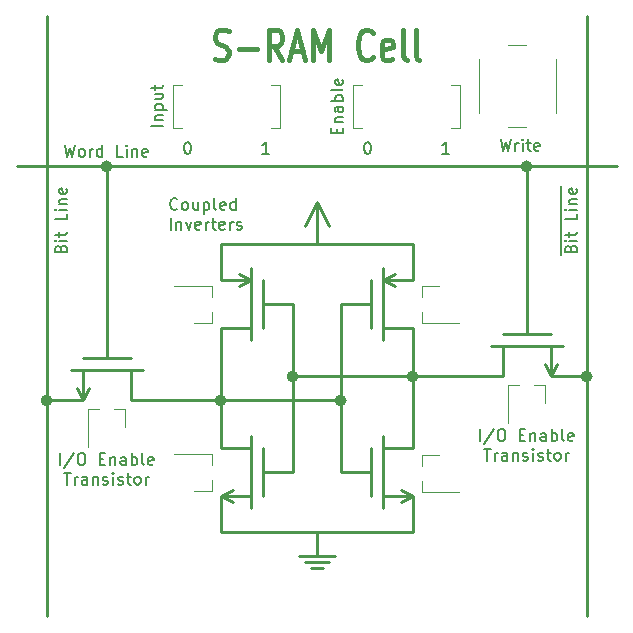
<source format=gto>
G04 #@! TF.GenerationSoftware,KiCad,Pcbnew,5.1.5+dfsg1-2build2*
G04 #@! TF.CreationDate,2020-06-21T16:19:52-07:00*
G04 #@! TF.ProjectId,sram-cell,7372616d-2d63-4656-9c6c-2e6b69636164,rev?*
G04 #@! TF.SameCoordinates,Original*
G04 #@! TF.FileFunction,Legend,Top*
G04 #@! TF.FilePolarity,Positive*
%FSLAX46Y46*%
G04 Gerber Fmt 4.6, Leading zero omitted, Abs format (unit mm)*
G04 Created by KiCad (PCBNEW 5.1.5+dfsg1-2build2) date 2020-06-21 16:19:52*
%MOMM*%
%LPD*%
G04 APERTURE LIST*
%ADD10C,0.508000*%
%ADD11C,0.150000*%
%ADD12C,0.406400*%
%ADD13C,0.254000*%
%ADD14C,0.120000*%
G04 APERTURE END LIST*
D10*
X170434000Y-88900000D02*
G75*
G03X170434000Y-88900000I-254000J0D01*
G01*
X134874000Y-88900000D02*
G75*
G03X134874000Y-88900000I-254000J0D01*
G01*
X129794000Y-108712000D02*
G75*
G03X129794000Y-108712000I-254000J0D01*
G01*
X175514000Y-106680000D02*
G75*
G03X175514000Y-106680000I-254000J0D01*
G01*
X144526000Y-108712000D02*
G75*
G03X144526000Y-108712000I-254000J0D01*
G01*
X160782000Y-106680000D02*
G75*
G03X160782000Y-106680000I-254000J0D01*
G01*
X154686000Y-108712000D02*
G75*
G03X154686000Y-108712000I-254000J0D01*
G01*
X150622000Y-106680000D02*
G75*
G03X150622000Y-106680000I-254000J0D01*
G01*
D11*
X131072380Y-87082380D02*
X131310476Y-88082380D01*
X131500952Y-87368095D01*
X131691428Y-88082380D01*
X131929523Y-87082380D01*
X132453333Y-88082380D02*
X132358095Y-88034761D01*
X132310476Y-87987142D01*
X132262857Y-87891904D01*
X132262857Y-87606190D01*
X132310476Y-87510952D01*
X132358095Y-87463333D01*
X132453333Y-87415714D01*
X132596190Y-87415714D01*
X132691428Y-87463333D01*
X132739047Y-87510952D01*
X132786666Y-87606190D01*
X132786666Y-87891904D01*
X132739047Y-87987142D01*
X132691428Y-88034761D01*
X132596190Y-88082380D01*
X132453333Y-88082380D01*
X133215238Y-88082380D02*
X133215238Y-87415714D01*
X133215238Y-87606190D02*
X133262857Y-87510952D01*
X133310476Y-87463333D01*
X133405714Y-87415714D01*
X133500952Y-87415714D01*
X134262857Y-88082380D02*
X134262857Y-87082380D01*
X134262857Y-88034761D02*
X134167619Y-88082380D01*
X133977142Y-88082380D01*
X133881904Y-88034761D01*
X133834285Y-87987142D01*
X133786666Y-87891904D01*
X133786666Y-87606190D01*
X133834285Y-87510952D01*
X133881904Y-87463333D01*
X133977142Y-87415714D01*
X134167619Y-87415714D01*
X134262857Y-87463333D01*
X135977142Y-88082380D02*
X135500952Y-88082380D01*
X135500952Y-87082380D01*
X136310476Y-88082380D02*
X136310476Y-87415714D01*
X136310476Y-87082380D02*
X136262857Y-87130000D01*
X136310476Y-87177619D01*
X136358095Y-87130000D01*
X136310476Y-87082380D01*
X136310476Y-87177619D01*
X136786666Y-87415714D02*
X136786666Y-88082380D01*
X136786666Y-87510952D02*
X136834285Y-87463333D01*
X136929523Y-87415714D01*
X137072380Y-87415714D01*
X137167619Y-87463333D01*
X137215238Y-87558571D01*
X137215238Y-88082380D01*
X138072380Y-88034761D02*
X137977142Y-88082380D01*
X137786666Y-88082380D01*
X137691428Y-88034761D01*
X137643809Y-87939523D01*
X137643809Y-87558571D01*
X137691428Y-87463333D01*
X137786666Y-87415714D01*
X137977142Y-87415714D01*
X138072380Y-87463333D01*
X138120000Y-87558571D01*
X138120000Y-87653809D01*
X137643809Y-87749047D01*
X173075000Y-96422500D02*
X173075000Y-95422500D01*
X173918571Y-95851071D02*
X173966190Y-95708214D01*
X174013809Y-95660595D01*
X174109047Y-95612976D01*
X174251904Y-95612976D01*
X174347142Y-95660595D01*
X174394761Y-95708214D01*
X174442380Y-95803452D01*
X174442380Y-96184404D01*
X173442380Y-96184404D01*
X173442380Y-95851071D01*
X173490000Y-95755833D01*
X173537619Y-95708214D01*
X173632857Y-95660595D01*
X173728095Y-95660595D01*
X173823333Y-95708214D01*
X173870952Y-95755833D01*
X173918571Y-95851071D01*
X173918571Y-96184404D01*
X173075000Y-95422500D02*
X173075000Y-94946309D01*
X174442380Y-95184404D02*
X173775714Y-95184404D01*
X173442380Y-95184404D02*
X173490000Y-95232023D01*
X173537619Y-95184404D01*
X173490000Y-95136785D01*
X173442380Y-95184404D01*
X173537619Y-95184404D01*
X173075000Y-94946309D02*
X173075000Y-94374880D01*
X173775714Y-94851071D02*
X173775714Y-94470119D01*
X173442380Y-94708214D02*
X174299523Y-94708214D01*
X174394761Y-94660595D01*
X174442380Y-94565357D01*
X174442380Y-94470119D01*
X173075000Y-94374880D02*
X173075000Y-93612976D01*
X173075000Y-93612976D02*
X173075000Y-92803452D01*
X174442380Y-92898690D02*
X174442380Y-93374880D01*
X173442380Y-93374880D01*
X173075000Y-92803452D02*
X173075000Y-92327261D01*
X174442380Y-92565357D02*
X173775714Y-92565357D01*
X173442380Y-92565357D02*
X173490000Y-92612976D01*
X173537619Y-92565357D01*
X173490000Y-92517738D01*
X173442380Y-92565357D01*
X173537619Y-92565357D01*
X173075000Y-92327261D02*
X173075000Y-91422500D01*
X173775714Y-92089166D02*
X174442380Y-92089166D01*
X173870952Y-92089166D02*
X173823333Y-92041547D01*
X173775714Y-91946309D01*
X173775714Y-91803452D01*
X173823333Y-91708214D01*
X173918571Y-91660595D01*
X174442380Y-91660595D01*
X173075000Y-91422500D02*
X173075000Y-90565357D01*
X174394761Y-90803452D02*
X174442380Y-90898690D01*
X174442380Y-91089166D01*
X174394761Y-91184404D01*
X174299523Y-91232023D01*
X173918571Y-91232023D01*
X173823333Y-91184404D01*
X173775714Y-91089166D01*
X173775714Y-90898690D01*
X173823333Y-90803452D01*
X173918571Y-90755833D01*
X174013809Y-90755833D01*
X174109047Y-91232023D01*
X130738571Y-95851071D02*
X130786190Y-95708214D01*
X130833809Y-95660595D01*
X130929047Y-95612976D01*
X131071904Y-95612976D01*
X131167142Y-95660595D01*
X131214761Y-95708214D01*
X131262380Y-95803452D01*
X131262380Y-96184404D01*
X130262380Y-96184404D01*
X130262380Y-95851071D01*
X130310000Y-95755833D01*
X130357619Y-95708214D01*
X130452857Y-95660595D01*
X130548095Y-95660595D01*
X130643333Y-95708214D01*
X130690952Y-95755833D01*
X130738571Y-95851071D01*
X130738571Y-96184404D01*
X131262380Y-95184404D02*
X130595714Y-95184404D01*
X130262380Y-95184404D02*
X130310000Y-95232023D01*
X130357619Y-95184404D01*
X130310000Y-95136785D01*
X130262380Y-95184404D01*
X130357619Y-95184404D01*
X130595714Y-94851071D02*
X130595714Y-94470119D01*
X130262380Y-94708214D02*
X131119523Y-94708214D01*
X131214761Y-94660595D01*
X131262380Y-94565357D01*
X131262380Y-94470119D01*
X131262380Y-92898690D02*
X131262380Y-93374880D01*
X130262380Y-93374880D01*
X131262380Y-92565357D02*
X130595714Y-92565357D01*
X130262380Y-92565357D02*
X130310000Y-92612976D01*
X130357619Y-92565357D01*
X130310000Y-92517738D01*
X130262380Y-92565357D01*
X130357619Y-92565357D01*
X130595714Y-92089166D02*
X131262380Y-92089166D01*
X130690952Y-92089166D02*
X130643333Y-92041547D01*
X130595714Y-91946309D01*
X130595714Y-91803452D01*
X130643333Y-91708214D01*
X130738571Y-91660595D01*
X131262380Y-91660595D01*
X131214761Y-90803452D02*
X131262380Y-90898690D01*
X131262380Y-91089166D01*
X131214761Y-91184404D01*
X131119523Y-91232023D01*
X130738571Y-91232023D01*
X130643333Y-91184404D01*
X130595714Y-91089166D01*
X130595714Y-90898690D01*
X130643333Y-90803452D01*
X130738571Y-90755833D01*
X130833809Y-90755833D01*
X130929047Y-91232023D01*
X140607023Y-92496142D02*
X140559404Y-92543761D01*
X140416547Y-92591380D01*
X140321309Y-92591380D01*
X140178452Y-92543761D01*
X140083214Y-92448523D01*
X140035595Y-92353285D01*
X139987976Y-92162809D01*
X139987976Y-92019952D01*
X140035595Y-91829476D01*
X140083214Y-91734238D01*
X140178452Y-91639000D01*
X140321309Y-91591380D01*
X140416547Y-91591380D01*
X140559404Y-91639000D01*
X140607023Y-91686619D01*
X141178452Y-92591380D02*
X141083214Y-92543761D01*
X141035595Y-92496142D01*
X140987976Y-92400904D01*
X140987976Y-92115190D01*
X141035595Y-92019952D01*
X141083214Y-91972333D01*
X141178452Y-91924714D01*
X141321309Y-91924714D01*
X141416547Y-91972333D01*
X141464166Y-92019952D01*
X141511785Y-92115190D01*
X141511785Y-92400904D01*
X141464166Y-92496142D01*
X141416547Y-92543761D01*
X141321309Y-92591380D01*
X141178452Y-92591380D01*
X142368928Y-91924714D02*
X142368928Y-92591380D01*
X141940357Y-91924714D02*
X141940357Y-92448523D01*
X141987976Y-92543761D01*
X142083214Y-92591380D01*
X142226071Y-92591380D01*
X142321309Y-92543761D01*
X142368928Y-92496142D01*
X142845119Y-91924714D02*
X142845119Y-92924714D01*
X142845119Y-91972333D02*
X142940357Y-91924714D01*
X143130833Y-91924714D01*
X143226071Y-91972333D01*
X143273690Y-92019952D01*
X143321309Y-92115190D01*
X143321309Y-92400904D01*
X143273690Y-92496142D01*
X143226071Y-92543761D01*
X143130833Y-92591380D01*
X142940357Y-92591380D01*
X142845119Y-92543761D01*
X143892738Y-92591380D02*
X143797500Y-92543761D01*
X143749880Y-92448523D01*
X143749880Y-91591380D01*
X144654642Y-92543761D02*
X144559404Y-92591380D01*
X144368928Y-92591380D01*
X144273690Y-92543761D01*
X144226071Y-92448523D01*
X144226071Y-92067571D01*
X144273690Y-91972333D01*
X144368928Y-91924714D01*
X144559404Y-91924714D01*
X144654642Y-91972333D01*
X144702261Y-92067571D01*
X144702261Y-92162809D01*
X144226071Y-92258047D01*
X145559404Y-92591380D02*
X145559404Y-91591380D01*
X145559404Y-92543761D02*
X145464166Y-92591380D01*
X145273690Y-92591380D01*
X145178452Y-92543761D01*
X145130833Y-92496142D01*
X145083214Y-92400904D01*
X145083214Y-92115190D01*
X145130833Y-92019952D01*
X145178452Y-91972333D01*
X145273690Y-91924714D01*
X145464166Y-91924714D01*
X145559404Y-91972333D01*
X140035595Y-94241380D02*
X140035595Y-93241380D01*
X140511785Y-93574714D02*
X140511785Y-94241380D01*
X140511785Y-93669952D02*
X140559404Y-93622333D01*
X140654642Y-93574714D01*
X140797500Y-93574714D01*
X140892738Y-93622333D01*
X140940357Y-93717571D01*
X140940357Y-94241380D01*
X141321309Y-93574714D02*
X141559404Y-94241380D01*
X141797500Y-93574714D01*
X142559404Y-94193761D02*
X142464166Y-94241380D01*
X142273690Y-94241380D01*
X142178452Y-94193761D01*
X142130833Y-94098523D01*
X142130833Y-93717571D01*
X142178452Y-93622333D01*
X142273690Y-93574714D01*
X142464166Y-93574714D01*
X142559404Y-93622333D01*
X142607023Y-93717571D01*
X142607023Y-93812809D01*
X142130833Y-93908047D01*
X143035595Y-94241380D02*
X143035595Y-93574714D01*
X143035595Y-93765190D02*
X143083214Y-93669952D01*
X143130833Y-93622333D01*
X143226071Y-93574714D01*
X143321309Y-93574714D01*
X143511785Y-93574714D02*
X143892738Y-93574714D01*
X143654642Y-93241380D02*
X143654642Y-94098523D01*
X143702261Y-94193761D01*
X143797500Y-94241380D01*
X143892738Y-94241380D01*
X144607023Y-94193761D02*
X144511785Y-94241380D01*
X144321309Y-94241380D01*
X144226071Y-94193761D01*
X144178452Y-94098523D01*
X144178452Y-93717571D01*
X144226071Y-93622333D01*
X144321309Y-93574714D01*
X144511785Y-93574714D01*
X144607023Y-93622333D01*
X144654642Y-93717571D01*
X144654642Y-93812809D01*
X144178452Y-93908047D01*
X145083214Y-94241380D02*
X145083214Y-93574714D01*
X145083214Y-93765190D02*
X145130833Y-93669952D01*
X145178452Y-93622333D01*
X145273690Y-93574714D01*
X145368928Y-93574714D01*
X145654642Y-94193761D02*
X145749880Y-94241380D01*
X145940357Y-94241380D01*
X146035595Y-94193761D01*
X146083214Y-94098523D01*
X146083214Y-94050904D01*
X146035595Y-93955666D01*
X145940357Y-93908047D01*
X145797500Y-93908047D01*
X145702261Y-93860428D01*
X145654642Y-93765190D01*
X145654642Y-93717571D01*
X145702261Y-93622333D01*
X145797500Y-93574714D01*
X145940357Y-93574714D01*
X146035595Y-93622333D01*
X163607714Y-87828380D02*
X163036285Y-87828380D01*
X163322000Y-87828380D02*
X163322000Y-86828380D01*
X163226761Y-86971238D01*
X163131523Y-87066476D01*
X163036285Y-87114095D01*
X156670380Y-86828380D02*
X156765619Y-86828380D01*
X156860857Y-86876000D01*
X156908476Y-86923619D01*
X156956095Y-87018857D01*
X157003714Y-87209333D01*
X157003714Y-87447428D01*
X156956095Y-87637904D01*
X156908476Y-87733142D01*
X156860857Y-87780761D01*
X156765619Y-87828380D01*
X156670380Y-87828380D01*
X156575142Y-87780761D01*
X156527523Y-87733142D01*
X156479904Y-87637904D01*
X156432285Y-87447428D01*
X156432285Y-87209333D01*
X156479904Y-87018857D01*
X156527523Y-86923619D01*
X156575142Y-86876000D01*
X156670380Y-86828380D01*
X141430380Y-86828380D02*
X141525619Y-86828380D01*
X141620857Y-86876000D01*
X141668476Y-86923619D01*
X141716095Y-87018857D01*
X141763714Y-87209333D01*
X141763714Y-87447428D01*
X141716095Y-87637904D01*
X141668476Y-87733142D01*
X141620857Y-87780761D01*
X141525619Y-87828380D01*
X141430380Y-87828380D01*
X141335142Y-87780761D01*
X141287523Y-87733142D01*
X141239904Y-87637904D01*
X141192285Y-87447428D01*
X141192285Y-87209333D01*
X141239904Y-87018857D01*
X141287523Y-86923619D01*
X141335142Y-86876000D01*
X141430380Y-86828380D01*
X148367714Y-87828380D02*
X147796285Y-87828380D01*
X148082000Y-87828380D02*
X148082000Y-86828380D01*
X147986761Y-86971238D01*
X147891523Y-87066476D01*
X147796285Y-87114095D01*
X139390380Y-85462857D02*
X138390380Y-85462857D01*
X138723714Y-84986666D02*
X139390380Y-84986666D01*
X138818952Y-84986666D02*
X138771333Y-84939047D01*
X138723714Y-84843809D01*
X138723714Y-84700952D01*
X138771333Y-84605714D01*
X138866571Y-84558095D01*
X139390380Y-84558095D01*
X138723714Y-84081904D02*
X139723714Y-84081904D01*
X138771333Y-84081904D02*
X138723714Y-83986666D01*
X138723714Y-83796190D01*
X138771333Y-83700952D01*
X138818952Y-83653333D01*
X138914190Y-83605714D01*
X139199904Y-83605714D01*
X139295142Y-83653333D01*
X139342761Y-83700952D01*
X139390380Y-83796190D01*
X139390380Y-83986666D01*
X139342761Y-84081904D01*
X138723714Y-82748571D02*
X139390380Y-82748571D01*
X138723714Y-83177142D02*
X139247523Y-83177142D01*
X139342761Y-83129523D01*
X139390380Y-83034285D01*
X139390380Y-82891428D01*
X139342761Y-82796190D01*
X139295142Y-82748571D01*
X138723714Y-82415238D02*
X138723714Y-82034285D01*
X138390380Y-82272380D02*
X139247523Y-82272380D01*
X139342761Y-82224761D01*
X139390380Y-82129523D01*
X139390380Y-82034285D01*
X154106571Y-86081904D02*
X154106571Y-85748571D01*
X154630380Y-85605714D02*
X154630380Y-86081904D01*
X153630380Y-86081904D01*
X153630380Y-85605714D01*
X153963714Y-85177142D02*
X154630380Y-85177142D01*
X154058952Y-85177142D02*
X154011333Y-85129523D01*
X153963714Y-85034285D01*
X153963714Y-84891428D01*
X154011333Y-84796190D01*
X154106571Y-84748571D01*
X154630380Y-84748571D01*
X154630380Y-83843809D02*
X154106571Y-83843809D01*
X154011333Y-83891428D01*
X153963714Y-83986666D01*
X153963714Y-84177142D01*
X154011333Y-84272380D01*
X154582761Y-83843809D02*
X154630380Y-83939047D01*
X154630380Y-84177142D01*
X154582761Y-84272380D01*
X154487523Y-84320000D01*
X154392285Y-84320000D01*
X154297047Y-84272380D01*
X154249428Y-84177142D01*
X154249428Y-83939047D01*
X154201809Y-83843809D01*
X154630380Y-83367619D02*
X153630380Y-83367619D01*
X154011333Y-83367619D02*
X153963714Y-83272380D01*
X153963714Y-83081904D01*
X154011333Y-82986666D01*
X154058952Y-82939047D01*
X154154190Y-82891428D01*
X154439904Y-82891428D01*
X154535142Y-82939047D01*
X154582761Y-82986666D01*
X154630380Y-83081904D01*
X154630380Y-83272380D01*
X154582761Y-83367619D01*
X154630380Y-82320000D02*
X154582761Y-82415238D01*
X154487523Y-82462857D01*
X153630380Y-82462857D01*
X154582761Y-81558095D02*
X154630380Y-81653333D01*
X154630380Y-81843809D01*
X154582761Y-81939047D01*
X154487523Y-81986666D01*
X154106571Y-81986666D01*
X154011333Y-81939047D01*
X153963714Y-81843809D01*
X153963714Y-81653333D01*
X154011333Y-81558095D01*
X154106571Y-81510476D01*
X154201809Y-81510476D01*
X154297047Y-81986666D01*
X130691428Y-114181380D02*
X130691428Y-113181380D01*
X131881904Y-113133761D02*
X131024761Y-114419476D01*
X132405714Y-113181380D02*
X132596190Y-113181380D01*
X132691428Y-113229000D01*
X132786666Y-113324238D01*
X132834285Y-113514714D01*
X132834285Y-113848047D01*
X132786666Y-114038523D01*
X132691428Y-114133761D01*
X132596190Y-114181380D01*
X132405714Y-114181380D01*
X132310476Y-114133761D01*
X132215238Y-114038523D01*
X132167619Y-113848047D01*
X132167619Y-113514714D01*
X132215238Y-113324238D01*
X132310476Y-113229000D01*
X132405714Y-113181380D01*
X134024761Y-113657571D02*
X134358095Y-113657571D01*
X134500952Y-114181380D02*
X134024761Y-114181380D01*
X134024761Y-113181380D01*
X134500952Y-113181380D01*
X134929523Y-113514714D02*
X134929523Y-114181380D01*
X134929523Y-113609952D02*
X134977142Y-113562333D01*
X135072380Y-113514714D01*
X135215238Y-113514714D01*
X135310476Y-113562333D01*
X135358095Y-113657571D01*
X135358095Y-114181380D01*
X136262857Y-114181380D02*
X136262857Y-113657571D01*
X136215238Y-113562333D01*
X136120000Y-113514714D01*
X135929523Y-113514714D01*
X135834285Y-113562333D01*
X136262857Y-114133761D02*
X136167619Y-114181380D01*
X135929523Y-114181380D01*
X135834285Y-114133761D01*
X135786666Y-114038523D01*
X135786666Y-113943285D01*
X135834285Y-113848047D01*
X135929523Y-113800428D01*
X136167619Y-113800428D01*
X136262857Y-113752809D01*
X136739047Y-114181380D02*
X136739047Y-113181380D01*
X136739047Y-113562333D02*
X136834285Y-113514714D01*
X137024761Y-113514714D01*
X137120000Y-113562333D01*
X137167619Y-113609952D01*
X137215238Y-113705190D01*
X137215238Y-113990904D01*
X137167619Y-114086142D01*
X137120000Y-114133761D01*
X137024761Y-114181380D01*
X136834285Y-114181380D01*
X136739047Y-114133761D01*
X137786666Y-114181380D02*
X137691428Y-114133761D01*
X137643809Y-114038523D01*
X137643809Y-113181380D01*
X138548571Y-114133761D02*
X138453333Y-114181380D01*
X138262857Y-114181380D01*
X138167619Y-114133761D01*
X138120000Y-114038523D01*
X138120000Y-113657571D01*
X138167619Y-113562333D01*
X138262857Y-113514714D01*
X138453333Y-113514714D01*
X138548571Y-113562333D01*
X138596190Y-113657571D01*
X138596190Y-113752809D01*
X138120000Y-113848047D01*
X131024761Y-114831380D02*
X131596190Y-114831380D01*
X131310476Y-115831380D02*
X131310476Y-114831380D01*
X131929523Y-115831380D02*
X131929523Y-115164714D01*
X131929523Y-115355190D02*
X131977142Y-115259952D01*
X132024761Y-115212333D01*
X132120000Y-115164714D01*
X132215238Y-115164714D01*
X132977142Y-115831380D02*
X132977142Y-115307571D01*
X132929523Y-115212333D01*
X132834285Y-115164714D01*
X132643809Y-115164714D01*
X132548571Y-115212333D01*
X132977142Y-115783761D02*
X132881904Y-115831380D01*
X132643809Y-115831380D01*
X132548571Y-115783761D01*
X132500952Y-115688523D01*
X132500952Y-115593285D01*
X132548571Y-115498047D01*
X132643809Y-115450428D01*
X132881904Y-115450428D01*
X132977142Y-115402809D01*
X133453333Y-115164714D02*
X133453333Y-115831380D01*
X133453333Y-115259952D02*
X133500952Y-115212333D01*
X133596190Y-115164714D01*
X133739047Y-115164714D01*
X133834285Y-115212333D01*
X133881904Y-115307571D01*
X133881904Y-115831380D01*
X134310476Y-115783761D02*
X134405714Y-115831380D01*
X134596190Y-115831380D01*
X134691428Y-115783761D01*
X134739047Y-115688523D01*
X134739047Y-115640904D01*
X134691428Y-115545666D01*
X134596190Y-115498047D01*
X134453333Y-115498047D01*
X134358095Y-115450428D01*
X134310476Y-115355190D01*
X134310476Y-115307571D01*
X134358095Y-115212333D01*
X134453333Y-115164714D01*
X134596190Y-115164714D01*
X134691428Y-115212333D01*
X135167619Y-115831380D02*
X135167619Y-115164714D01*
X135167619Y-114831380D02*
X135120000Y-114879000D01*
X135167619Y-114926619D01*
X135215238Y-114879000D01*
X135167619Y-114831380D01*
X135167619Y-114926619D01*
X135596190Y-115783761D02*
X135691428Y-115831380D01*
X135881904Y-115831380D01*
X135977142Y-115783761D01*
X136024761Y-115688523D01*
X136024761Y-115640904D01*
X135977142Y-115545666D01*
X135881904Y-115498047D01*
X135739047Y-115498047D01*
X135643809Y-115450428D01*
X135596190Y-115355190D01*
X135596190Y-115307571D01*
X135643809Y-115212333D01*
X135739047Y-115164714D01*
X135881904Y-115164714D01*
X135977142Y-115212333D01*
X136310476Y-115164714D02*
X136691428Y-115164714D01*
X136453333Y-114831380D02*
X136453333Y-115688523D01*
X136500952Y-115783761D01*
X136596190Y-115831380D01*
X136691428Y-115831380D01*
X137167619Y-115831380D02*
X137072380Y-115783761D01*
X137024761Y-115736142D01*
X136977142Y-115640904D01*
X136977142Y-115355190D01*
X137024761Y-115259952D01*
X137072380Y-115212333D01*
X137167619Y-115164714D01*
X137310476Y-115164714D01*
X137405714Y-115212333D01*
X137453333Y-115259952D01*
X137500952Y-115355190D01*
X137500952Y-115640904D01*
X137453333Y-115736142D01*
X137405714Y-115783761D01*
X137310476Y-115831380D01*
X137167619Y-115831380D01*
X137929523Y-115831380D02*
X137929523Y-115164714D01*
X137929523Y-115355190D02*
X137977142Y-115259952D01*
X138024761Y-115212333D01*
X138120000Y-115164714D01*
X138215238Y-115164714D01*
X166251428Y-112149380D02*
X166251428Y-111149380D01*
X167441904Y-111101761D02*
X166584761Y-112387476D01*
X167965714Y-111149380D02*
X168156190Y-111149380D01*
X168251428Y-111197000D01*
X168346666Y-111292238D01*
X168394285Y-111482714D01*
X168394285Y-111816047D01*
X168346666Y-112006523D01*
X168251428Y-112101761D01*
X168156190Y-112149380D01*
X167965714Y-112149380D01*
X167870476Y-112101761D01*
X167775238Y-112006523D01*
X167727619Y-111816047D01*
X167727619Y-111482714D01*
X167775238Y-111292238D01*
X167870476Y-111197000D01*
X167965714Y-111149380D01*
X169584761Y-111625571D02*
X169918095Y-111625571D01*
X170060952Y-112149380D02*
X169584761Y-112149380D01*
X169584761Y-111149380D01*
X170060952Y-111149380D01*
X170489523Y-111482714D02*
X170489523Y-112149380D01*
X170489523Y-111577952D02*
X170537142Y-111530333D01*
X170632380Y-111482714D01*
X170775238Y-111482714D01*
X170870476Y-111530333D01*
X170918095Y-111625571D01*
X170918095Y-112149380D01*
X171822857Y-112149380D02*
X171822857Y-111625571D01*
X171775238Y-111530333D01*
X171680000Y-111482714D01*
X171489523Y-111482714D01*
X171394285Y-111530333D01*
X171822857Y-112101761D02*
X171727619Y-112149380D01*
X171489523Y-112149380D01*
X171394285Y-112101761D01*
X171346666Y-112006523D01*
X171346666Y-111911285D01*
X171394285Y-111816047D01*
X171489523Y-111768428D01*
X171727619Y-111768428D01*
X171822857Y-111720809D01*
X172299047Y-112149380D02*
X172299047Y-111149380D01*
X172299047Y-111530333D02*
X172394285Y-111482714D01*
X172584761Y-111482714D01*
X172680000Y-111530333D01*
X172727619Y-111577952D01*
X172775238Y-111673190D01*
X172775238Y-111958904D01*
X172727619Y-112054142D01*
X172680000Y-112101761D01*
X172584761Y-112149380D01*
X172394285Y-112149380D01*
X172299047Y-112101761D01*
X173346666Y-112149380D02*
X173251428Y-112101761D01*
X173203809Y-112006523D01*
X173203809Y-111149380D01*
X174108571Y-112101761D02*
X174013333Y-112149380D01*
X173822857Y-112149380D01*
X173727619Y-112101761D01*
X173680000Y-112006523D01*
X173680000Y-111625571D01*
X173727619Y-111530333D01*
X173822857Y-111482714D01*
X174013333Y-111482714D01*
X174108571Y-111530333D01*
X174156190Y-111625571D01*
X174156190Y-111720809D01*
X173680000Y-111816047D01*
X166584761Y-112799380D02*
X167156190Y-112799380D01*
X166870476Y-113799380D02*
X166870476Y-112799380D01*
X167489523Y-113799380D02*
X167489523Y-113132714D01*
X167489523Y-113323190D02*
X167537142Y-113227952D01*
X167584761Y-113180333D01*
X167680000Y-113132714D01*
X167775238Y-113132714D01*
X168537142Y-113799380D02*
X168537142Y-113275571D01*
X168489523Y-113180333D01*
X168394285Y-113132714D01*
X168203809Y-113132714D01*
X168108571Y-113180333D01*
X168537142Y-113751761D02*
X168441904Y-113799380D01*
X168203809Y-113799380D01*
X168108571Y-113751761D01*
X168060952Y-113656523D01*
X168060952Y-113561285D01*
X168108571Y-113466047D01*
X168203809Y-113418428D01*
X168441904Y-113418428D01*
X168537142Y-113370809D01*
X169013333Y-113132714D02*
X169013333Y-113799380D01*
X169013333Y-113227952D02*
X169060952Y-113180333D01*
X169156190Y-113132714D01*
X169299047Y-113132714D01*
X169394285Y-113180333D01*
X169441904Y-113275571D01*
X169441904Y-113799380D01*
X169870476Y-113751761D02*
X169965714Y-113799380D01*
X170156190Y-113799380D01*
X170251428Y-113751761D01*
X170299047Y-113656523D01*
X170299047Y-113608904D01*
X170251428Y-113513666D01*
X170156190Y-113466047D01*
X170013333Y-113466047D01*
X169918095Y-113418428D01*
X169870476Y-113323190D01*
X169870476Y-113275571D01*
X169918095Y-113180333D01*
X170013333Y-113132714D01*
X170156190Y-113132714D01*
X170251428Y-113180333D01*
X170727619Y-113799380D02*
X170727619Y-113132714D01*
X170727619Y-112799380D02*
X170680000Y-112847000D01*
X170727619Y-112894619D01*
X170775238Y-112847000D01*
X170727619Y-112799380D01*
X170727619Y-112894619D01*
X171156190Y-113751761D02*
X171251428Y-113799380D01*
X171441904Y-113799380D01*
X171537142Y-113751761D01*
X171584761Y-113656523D01*
X171584761Y-113608904D01*
X171537142Y-113513666D01*
X171441904Y-113466047D01*
X171299047Y-113466047D01*
X171203809Y-113418428D01*
X171156190Y-113323190D01*
X171156190Y-113275571D01*
X171203809Y-113180333D01*
X171299047Y-113132714D01*
X171441904Y-113132714D01*
X171537142Y-113180333D01*
X171870476Y-113132714D02*
X172251428Y-113132714D01*
X172013333Y-112799380D02*
X172013333Y-113656523D01*
X172060952Y-113751761D01*
X172156190Y-113799380D01*
X172251428Y-113799380D01*
X172727619Y-113799380D02*
X172632380Y-113751761D01*
X172584761Y-113704142D01*
X172537142Y-113608904D01*
X172537142Y-113323190D01*
X172584761Y-113227952D01*
X172632380Y-113180333D01*
X172727619Y-113132714D01*
X172870476Y-113132714D01*
X172965714Y-113180333D01*
X173013333Y-113227952D01*
X173060952Y-113323190D01*
X173060952Y-113608904D01*
X173013333Y-113704142D01*
X172965714Y-113751761D01*
X172870476Y-113799380D01*
X172727619Y-113799380D01*
X173489523Y-113799380D02*
X173489523Y-113132714D01*
X173489523Y-113323190D02*
X173537142Y-113227952D01*
X173584761Y-113180333D01*
X173680000Y-113132714D01*
X173775238Y-113132714D01*
X167981523Y-86574380D02*
X168219619Y-87574380D01*
X168410095Y-86860095D01*
X168600571Y-87574380D01*
X168838666Y-86574380D01*
X169219619Y-87574380D02*
X169219619Y-86907714D01*
X169219619Y-87098190D02*
X169267238Y-87002952D01*
X169314857Y-86955333D01*
X169410095Y-86907714D01*
X169505333Y-86907714D01*
X169838666Y-87574380D02*
X169838666Y-86907714D01*
X169838666Y-86574380D02*
X169791047Y-86622000D01*
X169838666Y-86669619D01*
X169886285Y-86622000D01*
X169838666Y-86574380D01*
X169838666Y-86669619D01*
X170172000Y-86907714D02*
X170552952Y-86907714D01*
X170314857Y-86574380D02*
X170314857Y-87431523D01*
X170362476Y-87526761D01*
X170457714Y-87574380D01*
X170552952Y-87574380D01*
X171267238Y-87526761D02*
X171172000Y-87574380D01*
X170981523Y-87574380D01*
X170886285Y-87526761D01*
X170838666Y-87431523D01*
X170838666Y-87050571D01*
X170886285Y-86955333D01*
X170981523Y-86907714D01*
X171172000Y-86907714D01*
X171267238Y-86955333D01*
X171314857Y-87050571D01*
X171314857Y-87145809D01*
X170838666Y-87241047D01*
D12*
X143788190Y-79768095D02*
X144078476Y-79889047D01*
X144562285Y-79889047D01*
X144755809Y-79768095D01*
X144852571Y-79647142D01*
X144949333Y-79405238D01*
X144949333Y-79163333D01*
X144852571Y-78921428D01*
X144755809Y-78800476D01*
X144562285Y-78679523D01*
X144175238Y-78558571D01*
X143981714Y-78437619D01*
X143884952Y-78316666D01*
X143788190Y-78074761D01*
X143788190Y-77832857D01*
X143884952Y-77590952D01*
X143981714Y-77470000D01*
X144175238Y-77349047D01*
X144659047Y-77349047D01*
X144949333Y-77470000D01*
X145820190Y-78921428D02*
X147368380Y-78921428D01*
X149497142Y-79889047D02*
X148819809Y-78679523D01*
X148336000Y-79889047D02*
X148336000Y-77349047D01*
X149110095Y-77349047D01*
X149303619Y-77470000D01*
X149400380Y-77590952D01*
X149497142Y-77832857D01*
X149497142Y-78195714D01*
X149400380Y-78437619D01*
X149303619Y-78558571D01*
X149110095Y-78679523D01*
X148336000Y-78679523D01*
X150271238Y-79163333D02*
X151238857Y-79163333D01*
X150077714Y-79889047D02*
X150755047Y-77349047D01*
X151432380Y-79889047D01*
X152109714Y-79889047D02*
X152109714Y-77349047D01*
X152787047Y-79163333D01*
X153464380Y-77349047D01*
X153464380Y-79889047D01*
X157141333Y-79647142D02*
X157044571Y-79768095D01*
X156754285Y-79889047D01*
X156560761Y-79889047D01*
X156270476Y-79768095D01*
X156076952Y-79526190D01*
X155980190Y-79284285D01*
X155883428Y-78800476D01*
X155883428Y-78437619D01*
X155980190Y-77953809D01*
X156076952Y-77711904D01*
X156270476Y-77470000D01*
X156560761Y-77349047D01*
X156754285Y-77349047D01*
X157044571Y-77470000D01*
X157141333Y-77590952D01*
X158786285Y-79768095D02*
X158592761Y-79889047D01*
X158205714Y-79889047D01*
X158012190Y-79768095D01*
X157915428Y-79526190D01*
X157915428Y-78558571D01*
X158012190Y-78316666D01*
X158205714Y-78195714D01*
X158592761Y-78195714D01*
X158786285Y-78316666D01*
X158883047Y-78558571D01*
X158883047Y-78800476D01*
X157915428Y-79042380D01*
X160044190Y-79889047D02*
X159850666Y-79768095D01*
X159753904Y-79526190D01*
X159753904Y-77349047D01*
X161108571Y-79889047D02*
X160915047Y-79768095D01*
X160818285Y-79526190D01*
X160818285Y-77349047D01*
D13*
X127000000Y-88900000D02*
X177800000Y-88900000D01*
X175260000Y-127000000D02*
X175260000Y-76200000D01*
X129540000Y-127000000D02*
X129540000Y-76200000D01*
X173228000Y-104140000D02*
X167132000Y-104140000D01*
X172212000Y-103124000D02*
X168148000Y-103124000D01*
X175260000Y-106680000D02*
X172212000Y-106680000D01*
X172212000Y-106680000D02*
X172720000Y-105664000D01*
X168148000Y-106680000D02*
X160528000Y-106680000D01*
X171704000Y-105664000D02*
X172212000Y-106680000D01*
X170180000Y-103124000D02*
X170180000Y-88900000D01*
X172212000Y-106680000D02*
X172212000Y-104140000D01*
X168148000Y-106680000D02*
X168148000Y-104140000D01*
X132080000Y-107696000D02*
X132588000Y-108712000D01*
X132588000Y-108712000D02*
X129540000Y-108712000D01*
X134620000Y-105156000D02*
X134620000Y-88900000D01*
X132588000Y-108712000D02*
X132588000Y-106172000D01*
X137668000Y-106172000D02*
X131572000Y-106172000D01*
X136652000Y-108712000D02*
X136652000Y-106172000D01*
X132588000Y-108712000D02*
X133096000Y-107696000D01*
X144272000Y-108712000D02*
X136652000Y-108712000D01*
X136652000Y-105156000D02*
X132588000Y-105156000D01*
X153924000Y-121920000D02*
X150876000Y-121920000D01*
X153416000Y-122428000D02*
X151384000Y-122428000D01*
X151892000Y-122936000D02*
X152908000Y-122936000D01*
X152400000Y-119888000D02*
X152400000Y-121920000D01*
X152400000Y-91948000D02*
X153416000Y-93980000D01*
X152400000Y-91948000D02*
X151384000Y-93980000D01*
X152400000Y-95504000D02*
X152400000Y-91948000D01*
X144272000Y-95504000D02*
X160528000Y-95504000D01*
X160528000Y-119888000D02*
X144272000Y-119888000D01*
X144272000Y-108712000D02*
X154432000Y-108712000D01*
X160528000Y-106680000D02*
X150368000Y-106680000D01*
X156972000Y-112776000D02*
X156972000Y-116840000D01*
X160528000Y-116840000D02*
X159512000Y-116332000D01*
X160528000Y-112776000D02*
X157988000Y-112776000D01*
X157988000Y-111760000D02*
X157988000Y-117856000D01*
X156972000Y-114808000D02*
X154432000Y-114808000D01*
X160528000Y-116840000D02*
X160528000Y-119888000D01*
X159512000Y-117348000D02*
X160528000Y-116840000D01*
X160528000Y-116840000D02*
X157988000Y-116840000D01*
X154432000Y-114808000D02*
X154432000Y-100584000D01*
X150368000Y-100584000D02*
X150368000Y-114808000D01*
X157988000Y-98552000D02*
X159004000Y-99060000D01*
X144272000Y-102616000D02*
X146812000Y-102616000D01*
X147828000Y-116840000D02*
X147828000Y-112776000D01*
X147828000Y-114808000D02*
X150368000Y-114808000D01*
X145288000Y-117348000D02*
X144272000Y-116840000D01*
X144272000Y-116840000D02*
X146812000Y-116840000D01*
X145288000Y-116332000D02*
X144272000Y-116840000D01*
X144272000Y-112776000D02*
X146812000Y-112776000D01*
X146812000Y-117856000D02*
X146812000Y-111760000D01*
X144272000Y-116840000D02*
X144272000Y-119888000D01*
X147828000Y-102616000D02*
X147828000Y-98552000D01*
X145796000Y-98044000D02*
X146812000Y-98552000D01*
X147828000Y-100584000D02*
X150368000Y-100584000D01*
X144272000Y-98552000D02*
X144272000Y-95504000D01*
X146812000Y-98552000D02*
X145796000Y-99060000D01*
X144272000Y-98552000D02*
X146812000Y-98552000D01*
X146812000Y-103632000D02*
X146812000Y-97536000D01*
X144272000Y-102616000D02*
X144272000Y-112776000D01*
X156972000Y-100584000D02*
X154432000Y-100584000D01*
X156972000Y-98552000D02*
X156972000Y-102616000D01*
X157988000Y-98552000D02*
X159004000Y-98044000D01*
X157988000Y-97536000D02*
X157988000Y-103632000D01*
X160528000Y-98552000D02*
X157988000Y-98552000D01*
X160528000Y-98552000D02*
X160528000Y-95504000D01*
X160528000Y-102616000D02*
X160528000Y-112776000D01*
X160528000Y-102616000D02*
X157988000Y-102616000D01*
D14*
X141030000Y-85620000D02*
X140280000Y-85620000D01*
X141030000Y-82020000D02*
X140280000Y-82020000D01*
X149280000Y-82020000D02*
X149280000Y-85620000D01*
X149280000Y-85620000D02*
X148530000Y-85620000D01*
X149280000Y-82020000D02*
X148530000Y-82020000D01*
X140280000Y-82020000D02*
X140280000Y-85620000D01*
X156270000Y-85620000D02*
X155520000Y-85620000D01*
X156270000Y-82020000D02*
X155520000Y-82020000D01*
X164520000Y-82020000D02*
X164520000Y-85620000D01*
X164520000Y-85620000D02*
X163770000Y-85620000D01*
X164520000Y-82020000D02*
X163770000Y-82020000D01*
X155520000Y-82020000D02*
X155520000Y-85620000D01*
X170132000Y-78594000D02*
X168632000Y-78594000D01*
X166132000Y-79844000D02*
X166132000Y-84344000D01*
X168632000Y-85594000D02*
X170132000Y-85594000D01*
X172632000Y-84344000D02*
X172632000Y-79844000D01*
X143508000Y-102164000D02*
X142048000Y-102164000D01*
X143508000Y-99004000D02*
X140348000Y-99004000D01*
X143508000Y-99004000D02*
X143508000Y-99934000D01*
X143508000Y-102164000D02*
X143508000Y-101234000D01*
X161292000Y-99004000D02*
X161292000Y-99934000D01*
X161292000Y-102164000D02*
X161292000Y-101234000D01*
X161292000Y-102164000D02*
X164452000Y-102164000D01*
X161292000Y-99004000D02*
X162752000Y-99004000D01*
X143508000Y-116388000D02*
X143508000Y-115458000D01*
X143508000Y-113228000D02*
X143508000Y-114158000D01*
X143508000Y-113228000D02*
X140348000Y-113228000D01*
X143508000Y-116388000D02*
X142048000Y-116388000D01*
X161316000Y-113294000D02*
X162776000Y-113294000D01*
X161316000Y-116454000D02*
X164476000Y-116454000D01*
X161316000Y-116454000D02*
X161316000Y-115524000D01*
X161316000Y-113294000D02*
X161316000Y-114224000D01*
X136200000Y-109476000D02*
X136200000Y-110936000D01*
X133040000Y-109476000D02*
X133040000Y-112636000D01*
X133040000Y-109476000D02*
X133970000Y-109476000D01*
X136200000Y-109476000D02*
X135270000Y-109476000D01*
X171760000Y-107444000D02*
X170830000Y-107444000D01*
X168600000Y-107444000D02*
X169530000Y-107444000D01*
X168600000Y-107444000D02*
X168600000Y-110604000D01*
X171760000Y-107444000D02*
X171760000Y-108904000D01*
M02*

</source>
